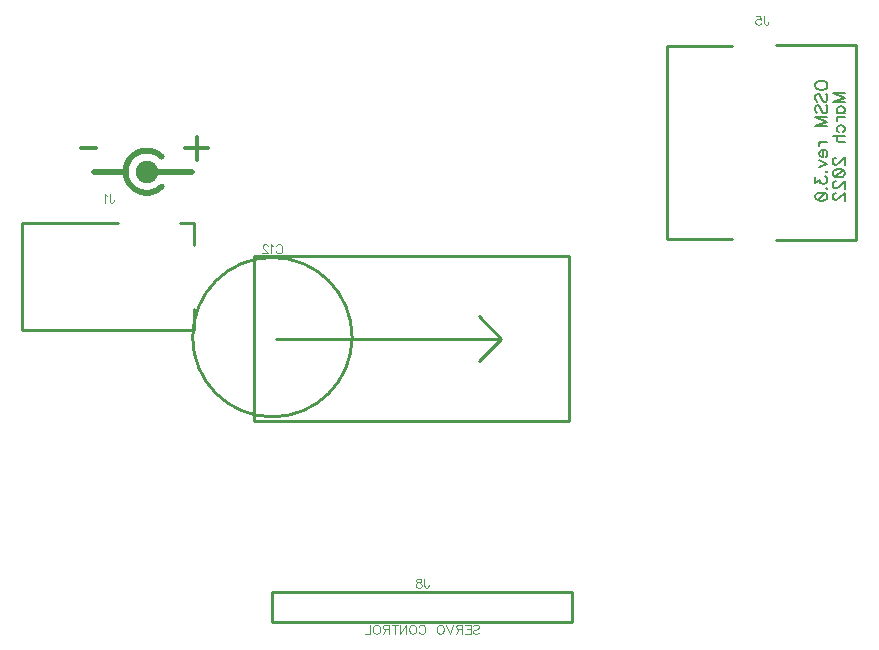
<source format=gbr>
G04 DipTrace 3.3.1.3*
G04 BottomSilk.gbr*
%MOIN*%
G04 #@! TF.FileFunction,Legend,Bot*
G04 #@! TF.Part,Single*
%ADD10C,0.01*%
%ADD17C,0.02*%
%ADD18C,0.075*%
%ADD125C,0.004632*%
%ADD126C,0.006176*%
%ADD128C,0.013895*%
%FSLAX26Y26*%
G04*
G70*
G90*
G75*
G01*
G04 BotSilk*
%LPD*%
X496752Y1254675D2*
D10*
G02X496752Y1254675I265748J0D01*
G01*
X500191Y1562547D2*
Y1633422D1*
X-70621Y1279085D2*
X500249D1*
Y1349961D1*
Y1633422D2*
X454991D1*
X246297D2*
X-70621D1*
Y1279085D1*
X2709500Y2227976D2*
X2440734D1*
X2293326Y2225854D2*
X2078741D1*
Y1580146D1*
X2293326D1*
X2440734Y1578024D2*
X2709500D1*
Y2227976D1*
X1762000Y406000D2*
Y306000D1*
X762000Y406000D2*
X1762000D1*
X762000D2*
Y306000D1*
X837000D1*
X1762000D1*
X700000Y1525000D2*
X1750000D1*
Y975000D1*
X700000D1*
Y1525000D1*
X775000Y1250000D2*
X1525000D1*
X1450000Y1325000D1*
X1525000Y1250000D2*
X1450000Y1175000D1*
X393750Y1856250D2*
D17*
G03X393750Y1756250I-50000J-50000D01*
G01*
D18*
X343750Y1806250D3*
D17*
X493750D1*
X268750D2*
X168750D1*
X774649Y1557193D2*
D125*
X776075Y1560045D1*
X778960Y1562930D1*
X781812Y1564356D1*
X787549D1*
X790434Y1562930D1*
X793286Y1560045D1*
X794745Y1557193D1*
X796171Y1552882D1*
Y1545686D1*
X794745Y1541409D1*
X793286Y1538523D1*
X790434Y1535672D1*
X787549Y1534212D1*
X781812D1*
X778960Y1535672D1*
X776075Y1538523D1*
X774649Y1541409D1*
X765385Y1558586D2*
X762500Y1560045D1*
X758189Y1564323D1*
Y1534212D1*
X747466Y1557160D2*
Y1558586D1*
X746040Y1561471D1*
X744614Y1562897D1*
X741729Y1564323D1*
X735992D1*
X733140Y1562897D1*
X731714Y1561471D1*
X730255Y1558586D1*
Y1555734D1*
X731714Y1552849D1*
X734566Y1548571D1*
X748925Y1534212D1*
X728829D1*
X219800Y1732468D2*
Y1709520D1*
X221226Y1705209D1*
X222685Y1703783D1*
X225537Y1702324D1*
X228422D1*
X231274Y1703783D1*
X232700Y1705209D1*
X234159Y1709520D1*
Y1712372D1*
X210536Y1726698D2*
X207651Y1728157D1*
X203340Y1732435D1*
Y1702324D1*
X2401621Y2325871D2*
Y2302923D1*
X2403047Y2298612D1*
X2404506Y2297186D1*
X2407358Y2295727D1*
X2410243D1*
X2413095Y2297186D1*
X2414521Y2298612D1*
X2415980Y2302923D1*
Y2305775D1*
X2375147Y2325838D2*
X2389472D1*
X2390898Y2312938D1*
X2389472Y2314364D1*
X2385161Y2315823D1*
X2380883D1*
X2376572Y2314364D1*
X2373687Y2311512D1*
X2372261Y2307201D1*
Y2304349D1*
X2373687Y2300038D1*
X2376572Y2297153D1*
X2380883Y2295727D1*
X2385161D1*
X2389472Y2297153D1*
X2390898Y2298612D1*
X2392357Y2301464D1*
X1269484Y449934D2*
Y426986D1*
X1270910Y422675D1*
X1272369Y421249D1*
X1275221Y419790D1*
X1278106D1*
X1280958Y421249D1*
X1282384Y422675D1*
X1283843Y426986D1*
Y429838D1*
X1253057Y449901D2*
X1257335Y448475D1*
X1258794Y445623D1*
Y442738D1*
X1257335Y439886D1*
X1254483Y438427D1*
X1248746Y437001D1*
X1244435Y435575D1*
X1241583Y432690D1*
X1240157Y429838D1*
Y425527D1*
X1241583Y422675D1*
X1243009Y421216D1*
X1247320Y419790D1*
X1253057D1*
X1257335Y421216D1*
X1258794Y422675D1*
X1260220Y425527D1*
Y429838D1*
X1258794Y432690D1*
X1255909Y435575D1*
X1251631Y437001D1*
X1245894Y438427D1*
X1243009Y439886D1*
X1241583Y442738D1*
Y445623D1*
X1243009Y448475D1*
X1247320Y449901D1*
X1253057D1*
X1432255Y291514D2*
X1435106Y294399D1*
X1439417Y295825D1*
X1445154D1*
X1449465Y294399D1*
X1452351Y291514D1*
Y288662D1*
X1450891Y285777D1*
X1449465Y284351D1*
X1446614Y282925D1*
X1437991Y280040D1*
X1435106Y278614D1*
X1433680Y277155D1*
X1432255Y274303D1*
Y269992D1*
X1435106Y267140D1*
X1439417Y265681D1*
X1445154D1*
X1449465Y267140D1*
X1452351Y269992D1*
X1404354Y295825D2*
X1422991D1*
Y265681D1*
X1404354D1*
X1422991Y281466D2*
X1411517D1*
X1395091D2*
X1382191D1*
X1377880Y282925D1*
X1376420Y284351D1*
X1374995Y287203D1*
Y290088D1*
X1376420Y292940D1*
X1377880Y294399D1*
X1382191Y295825D1*
X1395091D1*
Y265681D1*
X1385043Y281466D2*
X1374995Y265681D1*
X1365731Y295825D2*
X1354257Y265681D1*
X1342783Y295825D1*
X1324897D2*
X1327783Y294399D1*
X1330634Y291514D1*
X1332094Y288662D1*
X1333520Y284351D1*
Y277155D1*
X1332094Y272877D1*
X1330634Y269992D1*
X1327783Y267140D1*
X1324897Y265681D1*
X1319160D1*
X1316309Y267140D1*
X1313424Y269992D1*
X1311998Y272877D1*
X1310572Y277155D1*
Y284351D1*
X1311998Y288662D1*
X1313424Y291514D1*
X1316309Y294399D1*
X1319160Y295825D1*
X1324897D1*
X1250626Y288662D2*
X1252051Y291514D1*
X1254937Y294399D1*
X1257788Y295825D1*
X1263525D1*
X1266411Y294399D1*
X1269262Y291514D1*
X1270722Y288662D1*
X1272147Y284351D1*
Y277155D1*
X1270722Y272877D1*
X1269262Y269992D1*
X1266411Y267140D1*
X1263525Y265681D1*
X1257788D1*
X1254937Y267140D1*
X1252051Y269992D1*
X1250626Y272877D1*
X1232740Y295825D2*
X1235625Y294399D1*
X1238477Y291514D1*
X1239936Y288662D1*
X1241362Y284351D1*
Y277155D1*
X1239936Y272877D1*
X1238477Y269992D1*
X1235625Y267140D1*
X1232740Y265681D1*
X1227003D1*
X1224151Y267140D1*
X1221266Y269992D1*
X1219840Y272877D1*
X1218414Y277155D1*
Y284351D1*
X1219840Y288662D1*
X1221266Y291514D1*
X1224151Y294399D1*
X1227003Y295825D1*
X1232740D1*
X1189055D2*
Y265681D1*
X1209151Y295825D1*
Y265681D1*
X1169743Y295825D2*
Y265681D1*
X1179791Y295825D2*
X1159695D1*
X1150431Y281466D2*
X1137532D1*
X1133220Y282925D1*
X1131761Y284351D1*
X1130335Y287203D1*
Y290088D1*
X1131761Y292940D1*
X1133220Y294399D1*
X1137532Y295825D1*
X1150431D1*
Y265681D1*
X1140383Y281466D2*
X1130335Y265681D1*
X1112450Y295825D2*
X1115335Y294399D1*
X1118187Y291514D1*
X1119646Y288662D1*
X1121072Y284351D1*
Y277155D1*
X1119646Y272877D1*
X1118187Y269992D1*
X1115335Y267140D1*
X1112450Y265681D1*
X1106713D1*
X1103861Y267140D1*
X1100976Y269992D1*
X1099550Y272877D1*
X1098124Y277155D1*
Y284351D1*
X1099550Y288662D1*
X1100976Y291514D1*
X1103861Y294399D1*
X1106713Y295825D1*
X1112450D1*
X1088860D2*
Y265681D1*
X1071649D1*
X2572252Y2097961D2*
D126*
X2574153Y2101808D1*
X2578000Y2105610D1*
X2581803Y2107556D1*
X2587551Y2109457D1*
X2597145D1*
X2602849Y2107556D1*
X2606696Y2105610D1*
X2610499Y2101808D1*
X2612444Y2097961D1*
Y2090312D1*
X2610499Y2086509D1*
X2606696Y2082662D1*
X2602849Y2080761D1*
X2597145Y2078860D1*
X2587551D1*
X2581803Y2080761D1*
X2578000Y2082662D1*
X2574153Y2086509D1*
X2572252Y2090312D1*
Y2097961D1*
X2578000Y2039714D2*
X2574153Y2043516D1*
X2572252Y2049264D1*
Y2056914D1*
X2574153Y2062662D1*
X2578000Y2066509D1*
X2581803D1*
X2585649Y2064563D1*
X2587551Y2062662D1*
X2589452Y2058859D1*
X2593299Y2047363D1*
X2595200Y2043516D1*
X2597145Y2041615D1*
X2600948Y2039714D1*
X2606696D1*
X2610499Y2043516D1*
X2612444Y2049264D1*
Y2056914D1*
X2610499Y2062662D1*
X2606696Y2066509D1*
X2578000Y2000568D2*
X2574153Y2004370D1*
X2572252Y2010118D1*
Y2017768D1*
X2574153Y2023516D1*
X2578000Y2027362D1*
X2581803D1*
X2585649Y2025417D1*
X2587551Y2023516D1*
X2589452Y2019713D1*
X2593299Y2008217D1*
X2595200Y2004370D1*
X2597145Y2002469D1*
X2600948Y2000568D1*
X2606696D1*
X2610499Y2004370D1*
X2612444Y2010118D1*
Y2017768D1*
X2610499Y2023516D1*
X2606696Y2027362D1*
X2612444Y1957619D2*
X2572252D1*
X2612444Y1972918D1*
X2572252Y1988216D1*
X2612444D1*
X2585649Y1906387D2*
X2612444D1*
X2597145D2*
X2591397Y1904442D1*
X2587551Y1900639D1*
X2585649Y1896792D1*
Y1891044D1*
X2597145Y1878693D2*
Y1855745D1*
X2593299D1*
X2589452Y1857646D1*
X2587551Y1859547D1*
X2585649Y1863394D1*
Y1869142D1*
X2587551Y1872945D1*
X2591397Y1876792D1*
X2597145Y1878693D1*
X2600948D1*
X2606696Y1876792D1*
X2610499Y1872945D1*
X2612444Y1869142D1*
Y1863394D1*
X2610499Y1859547D1*
X2606696Y1855745D1*
X2585649Y1843394D2*
X2612444Y1831897D1*
X2585649Y1820446D1*
X2608597Y1806193D2*
X2610543Y1808094D1*
X2612444Y1806193D1*
X2610543Y1804247D1*
X2608597Y1806193D1*
X2572296Y1788049D2*
Y1767047D1*
X2587595Y1778499D1*
Y1772751D1*
X2589496Y1768948D1*
X2591397Y1767047D1*
X2597145Y1765101D1*
X2600948D1*
X2606696Y1767047D1*
X2610543Y1770849D1*
X2612444Y1776597D1*
Y1782345D1*
X2610543Y1788049D1*
X2608597Y1789951D1*
X2604795Y1791896D1*
X2608597Y1750849D2*
X2610543Y1752750D1*
X2612444Y1750849D1*
X2610543Y1748903D1*
X2608597Y1750849D1*
X2572296Y1725056D2*
X2574198Y1730804D1*
X2579946Y1734651D1*
X2589496Y1736552D1*
X2595244D1*
X2604795Y1734651D1*
X2610543Y1730804D1*
X2612444Y1725056D1*
Y1721253D1*
X2610543Y1715505D1*
X2604795Y1711703D1*
X2595244Y1709757D1*
X2589496D1*
X2579946Y1711703D1*
X2574197Y1715505D1*
X2572296Y1721253D1*
Y1725056D1*
X2579946Y1711703D2*
X2604795Y1734651D1*
X2671084Y2036957D2*
X2630892D1*
X2671084Y2052256D1*
X2630892Y2067554D1*
X2671084D1*
X2644290Y2001658D2*
X2671084D1*
X2650038D2*
X2646191Y2005461D1*
X2644290Y2009307D1*
Y2015011D1*
X2646191Y2018858D1*
X2650038Y2022660D1*
X2655786Y2024606D1*
X2659588D1*
X2665336Y2022660D1*
X2669139Y2018858D1*
X2671084Y2015011D1*
Y2009307D1*
X2669139Y2005461D1*
X2665336Y2001658D1*
X2644290Y1989307D2*
X2671084D1*
X2655786D2*
X2650038Y1987361D1*
X2646191Y1983559D1*
X2644290Y1979712D1*
Y1973964D1*
X2650038Y1938620D2*
X2646191Y1942467D1*
X2644290Y1946314D1*
Y1952018D1*
X2646191Y1955864D1*
X2650038Y1959667D1*
X2655786Y1961612D1*
X2659588D1*
X2665336Y1959667D1*
X2669139Y1955864D1*
X2671084Y1952018D1*
Y1946314D1*
X2669139Y1942467D1*
X2665336Y1938620D1*
X2630892Y1926269D2*
X2671084D1*
X2651939D2*
X2646191Y1920521D1*
X2644290Y1916674D1*
Y1910926D1*
X2646191Y1907123D1*
X2651939Y1905222D1*
X2671084D1*
X2640487Y1852045D2*
X2638586D1*
X2634739Y1850143D1*
X2632838Y1848242D1*
X2630937Y1844395D1*
Y1836746D1*
X2632838Y1832943D1*
X2634739Y1831042D1*
X2638586Y1829097D1*
X2642389D1*
X2646235Y1831042D1*
X2651939Y1834845D1*
X2671084Y1853990D1*
Y1827195D1*
X2630937Y1803348D2*
X2632838Y1809096D1*
X2638586Y1812943D1*
X2648137Y1814844D1*
X2653885D1*
X2663435Y1812943D1*
X2669183Y1809096D1*
X2671084Y1803348D1*
Y1799545D1*
X2669183Y1793797D1*
X2663435Y1789995D1*
X2653885Y1788049D1*
X2648137D1*
X2638586Y1789995D1*
X2632838Y1793797D1*
X2630937Y1799545D1*
Y1803348D1*
X2638586Y1789995D2*
X2663435Y1812943D1*
X2640487Y1773752D2*
X2638586D1*
X2634739Y1771851D1*
X2632838Y1769950D1*
X2630937Y1766103D1*
Y1758454D1*
X2632838Y1754651D1*
X2634739Y1752750D1*
X2638586Y1750805D1*
X2642389D1*
X2646235Y1752750D1*
X2651939Y1756553D1*
X2671084Y1775698D1*
Y1748903D1*
X2640487Y1734606D2*
X2638586D1*
X2634739Y1732705D1*
X2632838Y1730804D1*
X2630937Y1726957D1*
Y1719308D1*
X2632838Y1715505D1*
X2634739Y1713604D1*
X2638586Y1711659D1*
X2642388D1*
X2646235Y1713604D1*
X2651939Y1717407D1*
X2671084Y1736552D1*
Y1709757D1*
X510637Y1923068D2*
D128*
Y1845569D1*
X549337Y1884268D2*
X471838D1*
X175440Y1884318D2*
X125698D1*
M02*

</source>
